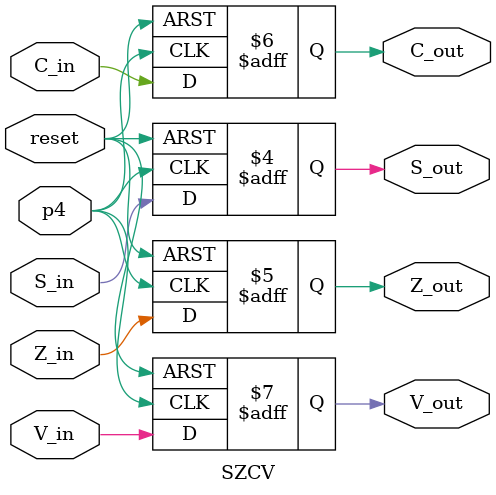
<source format=v>
module SZCV (
	input p4, reset,
	input S_in, Z_in, C_in, V_in,
	output reg S_out, Z_out, C_out, V_out);
	
	always @(posedge p4 or negedge reset) begin
		if (reset == 1'b0) begin
			S_out <= 1'b0;
			Z_out <= 1'b0;
			C_out <= 1'b0;
			V_out <= 1'b0;
		end else if (p4 == 1'b1) begin
			S_out <= S_in;
			Z_out <= Z_in;
			C_out <= C_in;
			V_out <= V_in;
		end
	end
	
endmodule

</source>
